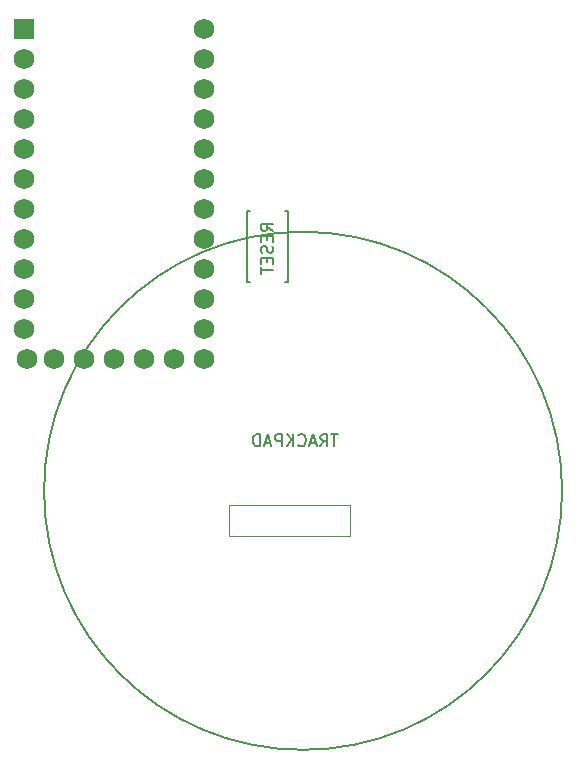
<source format=gbr>
%TF.GenerationSoftware,KiCad,Pcbnew,6.0.11+dfsg-1*%
%TF.CreationDate,2023-05-16T22:20:29+03:00*%
%TF.ProjectId,pcb,7063622e-6b69-4636-9164-5f7063625858,v1.0.0*%
%TF.SameCoordinates,Original*%
%TF.FileFunction,Legend,Bot*%
%TF.FilePolarity,Positive*%
%FSLAX46Y46*%
G04 Gerber Fmt 4.6, Leading zero omitted, Abs format (unit mm)*
G04 Created by KiCad (PCBNEW 6.0.11+dfsg-1) date 2023-05-16 22:20:29*
%MOMM*%
%LPD*%
G01*
G04 APERTURE LIST*
%ADD10C,0.150000*%
%ADD11C,0.120000*%
%ADD12R,1.752600X1.752600*%
%ADD13C,1.752600*%
G04 APERTURE END LIST*
D10*
X117942857Y15279619D02*
X117371428Y15279619D01*
X117657142Y14279619D02*
X117657142Y15279619D01*
X116466666Y14279619D02*
X116800000Y14755809D01*
X117038095Y14279619D02*
X117038095Y15279619D01*
X116657142Y15279619D01*
X116561904Y15232000D01*
X116514285Y15184380D01*
X116466666Y15089142D01*
X116466666Y14946285D01*
X116514285Y14851047D01*
X116561904Y14803428D01*
X116657142Y14755809D01*
X117038095Y14755809D01*
X116085714Y14565333D02*
X115609523Y14565333D01*
X116180952Y14279619D02*
X115847619Y15279619D01*
X115514285Y14279619D01*
X114609523Y14374857D02*
X114657142Y14327238D01*
X114800000Y14279619D01*
X114895238Y14279619D01*
X115038095Y14327238D01*
X115133333Y14422476D01*
X115180952Y14517714D01*
X115228571Y14708190D01*
X115228571Y14851047D01*
X115180952Y15041523D01*
X115133333Y15136761D01*
X115038095Y15232000D01*
X114895238Y15279619D01*
X114800000Y15279619D01*
X114657142Y15232000D01*
X114609523Y15184380D01*
X114180952Y14279619D02*
X114180952Y15279619D01*
X113609523Y14279619D02*
X114038095Y14851047D01*
X113609523Y15279619D02*
X114180952Y14708190D01*
X113180952Y14279619D02*
X113180952Y15279619D01*
X112800000Y15279619D01*
X112704761Y15232000D01*
X112657142Y15184380D01*
X112609523Y15089142D01*
X112609523Y14946285D01*
X112657142Y14851047D01*
X112704761Y14803428D01*
X112800000Y14755809D01*
X113180952Y14755809D01*
X112228571Y14565333D02*
X111752380Y14565333D01*
X112323809Y14279619D02*
X111990476Y15279619D01*
X111657142Y14279619D01*
X111323809Y14279619D02*
X111323809Y15279619D01*
X111085714Y15279619D01*
X110942857Y15232000D01*
X110847619Y15136761D01*
X110800000Y15041523D01*
X110752380Y14851047D01*
X110752380Y14708190D01*
X110800000Y14517714D01*
X110847619Y14422476D01*
X110942857Y14327238D01*
X111085714Y14279619D01*
X111323809Y14279619D01*
%TO.C,_1*%
X112452380Y32492047D02*
X111976190Y32825381D01*
X112452380Y33063476D02*
X111452380Y33063476D01*
X111452380Y32682524D01*
X111500000Y32587286D01*
X111547619Y32539667D01*
X111642857Y32492047D01*
X111785714Y32492047D01*
X111880952Y32539667D01*
X111928571Y32587286D01*
X111976190Y32682524D01*
X111976190Y33063476D01*
X111928571Y32063476D02*
X111928571Y31730143D01*
X112452380Y31587286D02*
X112452380Y32063476D01*
X111452380Y32063476D01*
X111452380Y31587286D01*
X112404761Y31206333D02*
X112452380Y31063476D01*
X112452380Y30825381D01*
X112404761Y30730143D01*
X112357142Y30682524D01*
X112261904Y30634905D01*
X112166666Y30634905D01*
X112071428Y30682524D01*
X112023809Y30730143D01*
X111976190Y30825381D01*
X111928571Y31015857D01*
X111880952Y31111095D01*
X111833333Y31158714D01*
X111738095Y31206333D01*
X111642857Y31206333D01*
X111547619Y31158714D01*
X111500000Y31111095D01*
X111452380Y31015857D01*
X111452380Y30777762D01*
X111500000Y30634905D01*
X111928571Y30206333D02*
X111928571Y29873000D01*
X112452380Y29730143D02*
X112452380Y30206333D01*
X111452380Y30206333D01*
X111452380Y29730143D01*
X111452380Y29444428D02*
X111452380Y28873000D01*
X112452380Y29158714D02*
X111452380Y29158714D01*
X110250000Y34166667D02*
X110500000Y34166667D01*
X110500000Y28166667D02*
X110250000Y28166667D01*
X110250000Y28166667D02*
X110250000Y34166667D01*
X113750000Y34166667D02*
X113750000Y28166667D01*
X113750000Y28166667D02*
X113500000Y28166667D01*
X113500000Y34166667D02*
X113750000Y34166667D01*
D11*
%TO.C,O2*%
X108762069Y9330000D02*
X118950000Y9330000D01*
X108762069Y6670000D02*
X118950000Y6670000D01*
X108762069Y9330000D02*
X108762069Y6670000D01*
X118950000Y9330000D02*
X118950000Y6670000D01*
D10*
%TO.C,CIRQUE*%
X136930000Y10500000D02*
G75*
G03*
X136930000Y10500000I-21930000J0D01*
G01*
X136930000Y10500000D02*
G75*
G03*
X136930000Y10500000I-21930000J0D01*
G01*
%TD*%
D12*
%TO.C,MCU1*%
X91380000Y49636667D03*
D13*
X91380000Y47096667D03*
X91380000Y44556667D03*
X91380000Y42016667D03*
X91380000Y39476667D03*
X91380000Y36936667D03*
X91380000Y34396667D03*
X91380000Y31856667D03*
X91380000Y29316667D03*
X91380000Y26776667D03*
X91380000Y24236667D03*
X91608600Y21696667D03*
X106620000Y21696667D03*
X106620000Y24236667D03*
X106620000Y26776667D03*
X106620000Y29316667D03*
X106620000Y31856667D03*
X106620000Y34396667D03*
X106620000Y36936667D03*
X106620000Y39476667D03*
X106620000Y42016667D03*
X106620000Y44556667D03*
X106620000Y47096667D03*
X106620000Y49636667D03*
X93920000Y21696667D03*
X96460000Y21696667D03*
X99000000Y21696667D03*
X101540000Y21696667D03*
X104080000Y21696667D03*
%TD*%
M02*

</source>
